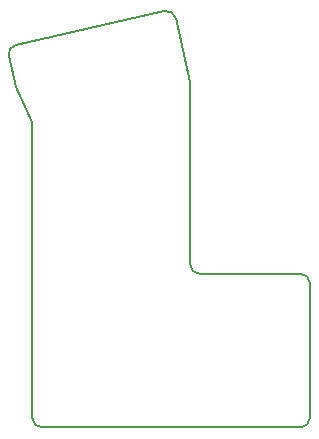
<source format=gm1>
%TF.GenerationSoftware,KiCad,Pcbnew,5.1.12-84ad8e8a86~92~ubuntu20.04.1*%
%TF.CreationDate,2021-12-06T23:57:06-06:00*%
%TF.ProjectId,portboard_img4,706f7274-626f-4617-9264-5f696d67342e,rev?*%
%TF.SameCoordinates,Original*%
%TF.FileFunction,Profile,NP*%
%FSLAX46Y46*%
G04 Gerber Fmt 4.6, Leading zero omitted, Abs format (unit mm)*
G04 Created by KiCad (PCBNEW 5.1.12-84ad8e8a86~92~ubuntu20.04.1) date 2021-12-06 23:57:06*
%MOMM*%
%LPD*%
G01*
G04 APERTURE LIST*
%TA.AperFunction,Profile*%
%ADD10C,0.200000*%
%TD*%
G04 APERTURE END LIST*
D10*
X123500000Y-99200000D02*
G75*
G02*
X122700000Y-100000000I-800000J0D01*
G01*
X123500000Y-87800000D02*
X123500000Y-99200000D01*
X122700000Y-87000000D02*
G75*
G02*
X123500000Y-87800000I0J-800000D01*
G01*
X114150000Y-87000000D02*
X122700000Y-87000000D01*
X114150000Y-87000000D02*
G75*
G02*
X113350000Y-86200000I0J800000D01*
G01*
X113350000Y-70764700D02*
X113350000Y-86200000D01*
X112119800Y-65352800D02*
X113350000Y-70764700D01*
X111162379Y-64750000D02*
G75*
G02*
X112119799Y-65352775I177321J-780100D01*
G01*
X98602780Y-67604900D02*
X111162400Y-64750000D01*
X97999999Y-68562321D02*
G75*
G02*
X98602779Y-67604899I780101J177321D01*
G01*
X98587390Y-71146400D02*
X98000000Y-68562400D01*
X98587390Y-71146400D02*
X100000000Y-74150000D01*
X100000000Y-99200000D02*
X100000000Y-74150000D01*
X100800000Y-100000000D02*
G75*
G02*
X100000000Y-99200000I0J800000D01*
G01*
X122700000Y-100000000D02*
X100800000Y-100000000D01*
M02*

</source>
